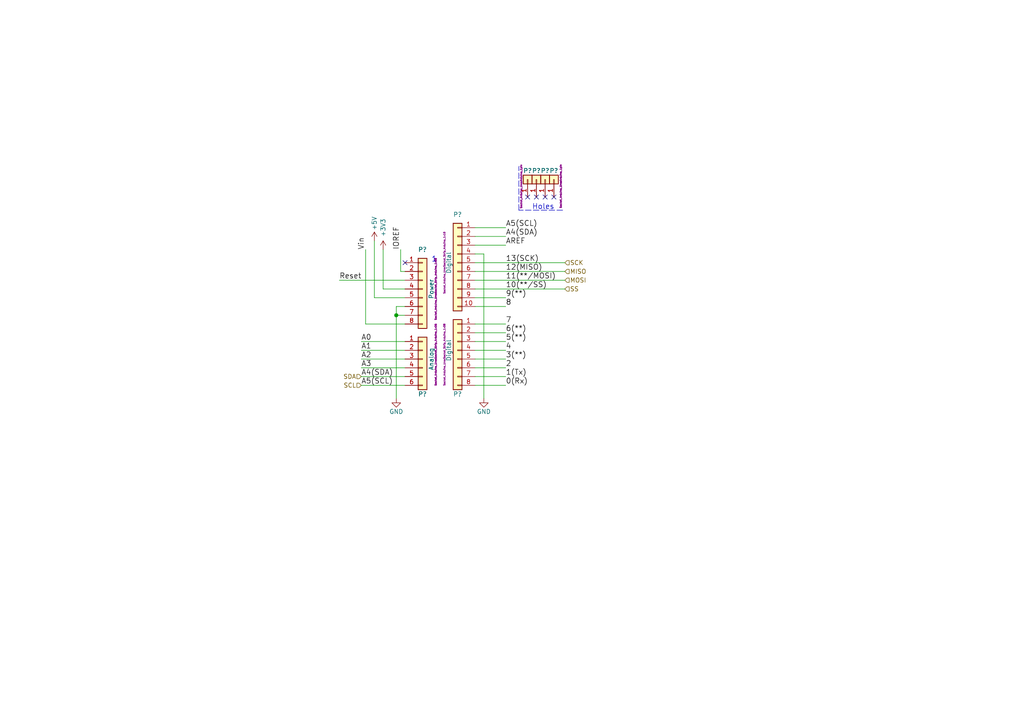
<source format=kicad_sch>
(kicad_sch (version 20210621) (generator eeschema)
  (paper "A4")
  (lib_symbols
    (symbol "Connector_Generic:Conn_01x01" (pin_names (offset 1.016) hide)
      (property "Reference" "J" (at 0 2.54 0))
      (property "Value" "Conn_01x01" (at 0 -2.54 0))
      (symbol "Conn_01x01_1_1"
        (rectangle (start -1.27 0.127) (end 0 -0.127) (stroke (width 0.1524)))
        (rectangle (start -1.27 1.27) (end 1.27 -1.27) (stroke (width 0.254)) (fill (type background)))
        (pin passive line (at -5.08 0 0) (length 3.81) (name "Pin_1") (number "1"))
      )
    )
    (symbol "Connector_Generic:Conn_01x06" (pin_names (offset 1.016) hide)
      (property "Reference" "J" (at 0 7.62 0))
      (property "Value" "Conn_01x06" (at 0 -10.16 0))
      (symbol "Conn_01x06_1_1"
        (rectangle (start -1.27 -7.493) (end 0 -7.747) (stroke (width 0.1524)))
        (rectangle (start -1.27 -4.953) (end 0 -5.207) (stroke (width 0.1524)))
        (rectangle (start -1.27 -2.413) (end 0 -2.667) (stroke (width 0.1524)))
        (rectangle (start -1.27 0.127) (end 0 -0.127) (stroke (width 0.1524)))
        (rectangle (start -1.27 2.667) (end 0 2.413) (stroke (width 0.1524)))
        (rectangle (start -1.27 5.207) (end 0 4.953) (stroke (width 0.1524)))
        (rectangle (start -1.27 6.35) (end 1.27 -8.89) (stroke (width 0.254)) (fill (type background)))
        (pin passive line (at -5.08 5.08 0) (length 3.81) (name "Pin_1") (number "1"))
        (pin passive line (at -5.08 2.54 0) (length 3.81) (name "Pin_2") (number "2"))
        (pin passive line (at -5.08 0 0) (length 3.81) (name "Pin_3") (number "3"))
        (pin passive line (at -5.08 -2.54 0) (length 3.81) (name "Pin_4") (number "4"))
        (pin passive line (at -5.08 -5.08 0) (length 3.81) (name "Pin_5") (number "5"))
        (pin passive line (at -5.08 -7.62 0) (length 3.81) (name "Pin_6") (number "6"))
      )
    )
    (symbol "Connector_Generic:Conn_01x08" (pin_names (offset 1.016) hide)
      (property "Reference" "J" (at 0 10.16 0))
      (property "Value" "Conn_01x08" (at 0 -12.7 0))
      (symbol "Conn_01x08_1_1"
        (rectangle (start -1.27 -10.033) (end 0 -10.287) (stroke (width 0.1524)))
        (rectangle (start -1.27 -7.493) (end 0 -7.747) (stroke (width 0.1524)))
        (rectangle (start -1.27 -4.953) (end 0 -5.207) (stroke (width 0.1524)))
        (rectangle (start -1.27 -2.413) (end 0 -2.667) (stroke (width 0.1524)))
        (rectangle (start -1.27 0.127) (end 0 -0.127) (stroke (width 0.1524)))
        (rectangle (start -1.27 2.667) (end 0 2.413) (stroke (width 0.1524)))
        (rectangle (start -1.27 5.207) (end 0 4.953) (stroke (width 0.1524)))
        (rectangle (start -1.27 7.747) (end 0 7.493) (stroke (width 0.1524)))
        (rectangle (start -1.27 8.89) (end 1.27 -11.43) (stroke (width 0.254)) (fill (type background)))
        (pin passive line (at -5.08 7.62 0) (length 3.81) (name "Pin_1") (number "1"))
        (pin passive line (at -5.08 5.08 0) (length 3.81) (name "Pin_2") (number "2"))
        (pin passive line (at -5.08 2.54 0) (length 3.81) (name "Pin_3") (number "3"))
        (pin passive line (at -5.08 0 0) (length 3.81) (name "Pin_4") (number "4"))
        (pin passive line (at -5.08 -2.54 0) (length 3.81) (name "Pin_5") (number "5"))
        (pin passive line (at -5.08 -5.08 0) (length 3.81) (name "Pin_6") (number "6"))
        (pin passive line (at -5.08 -7.62 0) (length 3.81) (name "Pin_7") (number "7"))
        (pin passive line (at -5.08 -10.16 0) (length 3.81) (name "Pin_8") (number "8"))
      )
    )
    (symbol "Connector_Generic:Conn_01x10" (pin_names (offset 1.016) hide)
      (property "Reference" "J" (at 0 12.7 0))
      (property "Value" "Conn_01x10" (at 0 -15.24 0))
      (symbol "Conn_01x10_1_1"
        (rectangle (start -1.27 -12.573) (end 0 -12.827) (stroke (width 0.1524)))
        (rectangle (start -1.27 -10.033) (end 0 -10.287) (stroke (width 0.1524)))
        (rectangle (start -1.27 -7.493) (end 0 -7.747) (stroke (width 0.1524)))
        (rectangle (start -1.27 -4.953) (end 0 -5.207) (stroke (width 0.1524)))
        (rectangle (start -1.27 -2.413) (end 0 -2.667) (stroke (width 0.1524)))
        (rectangle (start -1.27 0.127) (end 0 -0.127) (stroke (width 0.1524)))
        (rectangle (start -1.27 2.667) (end 0 2.413) (stroke (width 0.1524)))
        (rectangle (start -1.27 5.207) (end 0 4.953) (stroke (width 0.1524)))
        (rectangle (start -1.27 7.747) (end 0 7.493) (stroke (width 0.1524)))
        (rectangle (start -1.27 10.287) (end 0 10.033) (stroke (width 0.1524)))
        (rectangle (start -1.27 11.43) (end 1.27 -13.97) (stroke (width 0.254)) (fill (type background)))
        (pin passive line (at -5.08 10.16 0) (length 3.81) (name "Pin_1") (number "1"))
        (pin passive line (at -5.08 -12.7 0) (length 3.81) (name "Pin_10") (number "10"))
        (pin passive line (at -5.08 7.62 0) (length 3.81) (name "Pin_2") (number "2"))
        (pin passive line (at -5.08 5.08 0) (length 3.81) (name "Pin_3") (number "3"))
        (pin passive line (at -5.08 2.54 0) (length 3.81) (name "Pin_4") (number "4"))
        (pin passive line (at -5.08 0 0) (length 3.81) (name "Pin_5") (number "5"))
        (pin passive line (at -5.08 -2.54 0) (length 3.81) (name "Pin_6") (number "6"))
        (pin passive line (at -5.08 -5.08 0) (length 3.81) (name "Pin_7") (number "7"))
        (pin passive line (at -5.08 -7.62 0) (length 3.81) (name "Pin_8") (number "8"))
        (pin passive line (at -5.08 -10.16 0) (length 3.81) (name "Pin_9") (number "9"))
      )
    )
    (symbol "power:+3.3V" (power) (pin_names (offset 0))
      (property "Value" "+3.3V" (at 0 3.556 0))
      (symbol "+3.3V_0_1"
        (polyline (pts (xy -0.762 1.27) (xy 0 2.54)))
        (polyline (pts (xy 0 0) (xy 0 2.54)))
        (polyline (pts (xy 0 2.54) (xy 0.762 1.27)))
      )
      (symbol "+3.3V_1_1"
        (pin power_in line (at 0 0 90) (length 0) hide (name "+3V3") (number "1"))
      )
    )
    (symbol "power:+5V" (power) (pin_names (offset 0))
      (property "Value" "+5V" (at 0 3.556 0))
      (symbol "+5V_0_1"
        (polyline (pts (xy -0.762 1.27) (xy 0 2.54)))
        (polyline (pts (xy 0 0) (xy 0 2.54)))
        (polyline (pts (xy 0 2.54) (xy 0.762 1.27)))
      )
      (symbol "+5V_1_1"
        (pin power_in line (at 0 0 90) (length 0) hide (name "+5V") (number "1"))
      )
    )
    (symbol "power:GND" (power) (pin_names (offset 0))
      (property "Value" "GND" (at 0 -3.81 0))
      (symbol "GND_0_1"
        (polyline (pts (xy 0 0) (xy 0 -1.27) (xy 1.27 -1.27) (xy 0 -2.54) (xy -1.27 -1.27) (xy 0 -1.27)))
      )
      (symbol "GND_1_1"
        (pin power_in line (at 0 0 270) (length 0) hide (name "GND") (number "1"))
      )
    )
  )
  (junction (at 114.935 91.44) (diameter 1.016))
  (no_connect (at 155.575 57.15))
  (no_connect (at 158.115 57.15))
  (no_connect (at 153.035 57.15))
  (no_connect (at 117.475 76.2))
  (no_connect (at 160.655 57.15))
  (wire (pts (xy 137.795 99.06) (xy 146.685 99.06)))
  (wire (pts (xy 137.795 93.98) (xy 146.685 93.98)))
  (wire (pts (xy 116.205 72.39) (xy 116.205 78.74)))
  (wire (pts (xy 137.795 96.52) (xy 146.685 96.52)))
  (wire (pts (xy 137.795 71.12) (xy 146.685 71.12)))
  (wire (pts (xy 108.585 86.36) (xy 108.585 69.85)))
  (wire (pts (xy 137.795 104.14) (xy 146.685 104.14)))
  (wire (pts (xy 114.935 88.9) (xy 114.935 91.44)))
  (wire (pts (xy 117.475 109.22) (xy 104.775 109.22)))
  (wire (pts (xy 117.475 111.76) (xy 104.775 111.76)))
  (wire (pts (xy 117.475 106.68) (xy 104.775 106.68)))
  (wire (pts (xy 137.795 101.6) (xy 146.685 101.6)))
  (wire (pts (xy 117.475 86.36) (xy 108.585 86.36)))
  (wire (pts (xy 117.475 104.14) (xy 104.775 104.14)))
  (wire (pts (xy 137.795 88.9) (xy 146.685 88.9)))
  (wire (pts (xy 116.205 78.74) (xy 117.475 78.74)))
  (wire (pts (xy 137.795 83.82) (xy 163.83 83.82)))
  (polyline (pts (xy 150.495 60.96) (xy 150.495 48.26)) (stroke (width 0) (type dash)))
  (wire (pts (xy 117.475 91.44) (xy 114.935 91.44)))
  (wire (pts (xy 140.335 73.66) (xy 140.335 115.57)))
  (wire (pts (xy 114.935 91.44) (xy 114.935 115.57)))
  (wire (pts (xy 111.125 83.82) (xy 111.125 72.39)))
  (wire (pts (xy 137.795 76.2) (xy 163.83 76.2)))
  (wire (pts (xy 117.475 83.82) (xy 111.125 83.82)))
  (wire (pts (xy 117.475 88.9) (xy 114.935 88.9)))
  (wire (pts (xy 117.475 81.28) (xy 98.425 81.28)))
  (wire (pts (xy 106.045 93.98) (xy 106.045 72.39)))
  (wire (pts (xy 137.795 68.58) (xy 146.685 68.58)))
  (wire (pts (xy 137.795 66.04) (xy 146.685 66.04)))
  (wire (pts (xy 137.795 106.68) (xy 146.685 106.68)))
  (wire (pts (xy 117.475 99.06) (xy 104.775 99.06)))
  (wire (pts (xy 137.795 78.74) (xy 163.83 78.74)))
  (wire (pts (xy 137.795 111.76) (xy 146.685 111.76)))
  (wire (pts (xy 137.795 73.66) (xy 140.335 73.66)))
  (polyline (pts (xy 163.195 60.96) (xy 150.495 60.96)) (stroke (width 0) (type dash)))
  (wire (pts (xy 137.795 86.36) (xy 146.685 86.36)))
  (wire (pts (xy 117.475 101.6) (xy 104.775 101.6)))
  (wire (pts (xy 117.475 93.98) (xy 106.045 93.98)))
  (wire (pts (xy 137.795 109.22) (xy 146.685 109.22)))
  (wire (pts (xy 137.795 81.28) (xy 163.83 81.28)))
  (text "Holes" (at 154.305 60.96 0) (effects (font (size 1.524 1.524)) (justify left bottom)))
  (text "1" (at 125.095 76.2 0) (effects (font (size 1.524 1.524)) (justify left bottom)))
  (label "8" (at 146.685 88.9 0) (effects (font (size 1.524 1.524))))
  (label "A3" (at 104.775 106.68 0) (effects (font (size 1.524 1.524))))
  (label "0(Rx)" (at 146.685 111.76 0) (effects (font (size 1.524 1.524))))
  (label "A4(SDA)" (at 146.685 68.58 0) (effects (font (size 1.524 1.524))))
  (label "A5(SCL)" (at 146.685 66.04 0) (effects (font (size 1.524 1.524))))
  (label "A0" (at 104.775 99.06 0) (effects (font (size 1.524 1.524))))
  (label "1(Tx)" (at 146.685 109.22 0) (effects (font (size 1.524 1.524))))
  (label "11(**/MOSI)" (at 146.685 81.28 0) (effects (font (size 1.524 1.524))))
  (label "A5(SCL)" (at 104.775 111.76 0) (effects (font (size 1.524 1.524))))
  (label "6(**)" (at 146.685 96.52 0) (effects (font (size 1.524 1.524))))
  (label "A2" (at 104.775 104.14 0) (effects (font (size 1.524 1.524))))
  (label "5(**)" (at 146.685 99.06 0) (effects (font (size 1.524 1.524))))
  (label "Vin" (at 106.045 72.39 90) (effects (font (size 1.524 1.524))))
  (label "A4(SDA)" (at 104.775 109.22 0) (effects (font (size 1.524 1.524))))
  (label "13(SCK)" (at 146.685 76.2 0) (effects (font (size 1.524 1.524))))
  (label "9(**)" (at 146.685 86.36 0) (effects (font (size 1.524 1.524))))
  (label "12(MISO)" (at 146.685 78.74 0) (effects (font (size 1.524 1.524))))
  (label "IOREF" (at 116.205 72.39 90) (effects (font (size 1.524 1.524))))
  (label "4" (at 146.685 101.6 0) (effects (font (size 1.524 1.524))))
  (label "3(**)" (at 146.685 104.14 0) (effects (font (size 1.524 1.524))))
  (label "10(**/SS)" (at 146.685 83.82 0) (effects (font (size 1.524 1.524))))
  (label "2" (at 146.685 106.68 0) (effects (font (size 1.524 1.524))))
  (label "AREF" (at 146.685 71.12 0) (effects (font (size 1.524 1.524))))
  (label "7" (at 146.685 93.98 0) (effects (font (size 1.524 1.524))))
  (label "A1" (at 104.775 101.6 0) (effects (font (size 1.524 1.524))))
  (label "Reset" (at 98.425 81.28 0) (effects (font (size 1.524 1.524))))
  (hierarchical_label "SCL" (shape input) (at 104.775 111.76 180))
  (hierarchical_label "SS" (shape input) (at 163.83 83.82 0))
  (hierarchical_label "SDA" (shape input) (at 104.775 109.22 180))
  (hierarchical_label "MOSI" (shape input) (at 163.83 81.28 0))
  (hierarchical_label "SCK" (shape input) (at 163.83 76.2 0))
  (hierarchical_label "MISO" (shape input) (at 163.83 78.74 0))
  (symbol (lib_id "Connector_Generic:Conn_01x01") (at 153.035 52.07 90) (unit 1)
    (property "Reference" "P?" (at 153.035 49.53 90))
    (property "Value" "CONN_01X01" (effects hide))
    (property "Footprint" "Socket_Arduino_Uno:Arduino_1pin" (at 151.1554 54.0766 0) (effects (font (size 0.508 0.508))))
  )
  (symbol (lib_id "power:+5V") (at 108.585 69.85 0) (unit 1)
    (property "Reference" "#PWR?" (effects hide))
    (property "Value" "+5V" (at 108.585 64.77 90))
  )
  (symbol (lib_id "Connector_Generic:Conn_01x01") (at 155.575 52.07 90) (unit 1)
    (property "Reference" "P?" (at 155.575 49.53 90))
    (property "Value" "CONN_01X01" (effects hide))
    (property "Footprint" "Socket_Arduino_Uno:Arduino_1pin" (effects hide))
  )
  (symbol (lib_id "power:GND") (at 140.335 115.57 0) (unit 1)
    (property "Reference" "#PWR?" (effects hide))
    (property "Value" "GND" (at 140.335 119.38 0))
  )
  (symbol (lib_id "Connector_Generic:Conn_01x06") (at 122.555 104.14 0) (unit 1)
    (property "Reference" "P?" (at 122.555 114.3 0))
    (property "Value" "Analog" (at 125.095 104.14 90))
    (property "Footprint" "Socket_Arduino_Uno:Socket_Strip_Arduino_1x06" (at 126.365 102.87 90) (effects (font (size 0.508 0.508))))
  )
  (symbol (lib_id "Connector_Generic:Conn_01x01") (at 158.115 52.07 90) (unit 1)
    (property "Reference" "P?" (at 158.115 49.53 90))
    (property "Value" "CONN_01X01" (effects hide))
    (property "Footprint" "Socket_Arduino_Uno:Arduino_1pin" (effects hide))
  )
  (symbol (lib_id "Connector_Generic:Conn_01x08") (at 132.715 101.6 0) (mirror y) (unit 1)
    (property "Reference" "P?" (at 132.715 114.3 0))
    (property "Value" "Digital" (at 130.175 101.6 90))
    (property "Footprint" "Socket_Arduino_Uno:Socket_Strip_Arduino_1x08" (at 128.905 102.87 90) (effects (font (size 0.508 0.508))))
  )
  (symbol (lib_id "Connector_Generic:Conn_01x08") (at 122.555 83.82 0) (unit 1)
    (property "Reference" "P?" (at 122.555 72.39 0))
    (property "Value" "Power" (at 125.095 83.82 90))
    (property "Footprint" "Socket_Arduino_Uno:Socket_Strip_Arduino_1x08" (at 126.365 83.82 90) (effects (font (size 0.508 0.508))))
  )
  (symbol (lib_id "Connector_Generic:Conn_01x01") (at 160.655 52.07 90) (unit 1)
    (property "Reference" "P?" (at 160.655 49.53 90))
    (property "Value" "CONN_01X01" (effects hide))
    (property "Footprint" "Socket_Arduino_Uno:Arduino_1pin" (at 162.6362 54.0004 0) (effects (font (size 0.508 0.508))))
  )
  (symbol (lib_id "power:GND") (at 114.935 115.57 0) (unit 1)
    (property "Reference" "#PWR?" (effects hide))
    (property "Value" "GND" (at 114.935 119.38 0))
  )
  (symbol (lib_id "power:+3.3V") (at 111.125 72.39 0) (unit 1)
    (property "Reference" "#PWR?" (effects hide))
    (property "Value" "+3.3V" (at 111.125 66.04 90))
  )
  (symbol (lib_id "Connector_Generic:Conn_01x10") (at 132.715 76.2 0) (mirror y) (unit 1)
    (property "Reference" "P?" (at 132.715 62.23 0))
    (property "Value" "Digital" (at 130.175 76.2 90))
    (property "Footprint" "Socket_Arduino_Uno:Socket_Strip_Arduino_1x10" (at 128.905 76.2 90) (effects (font (size 0.508 0.508))))
  )
)
</source>
